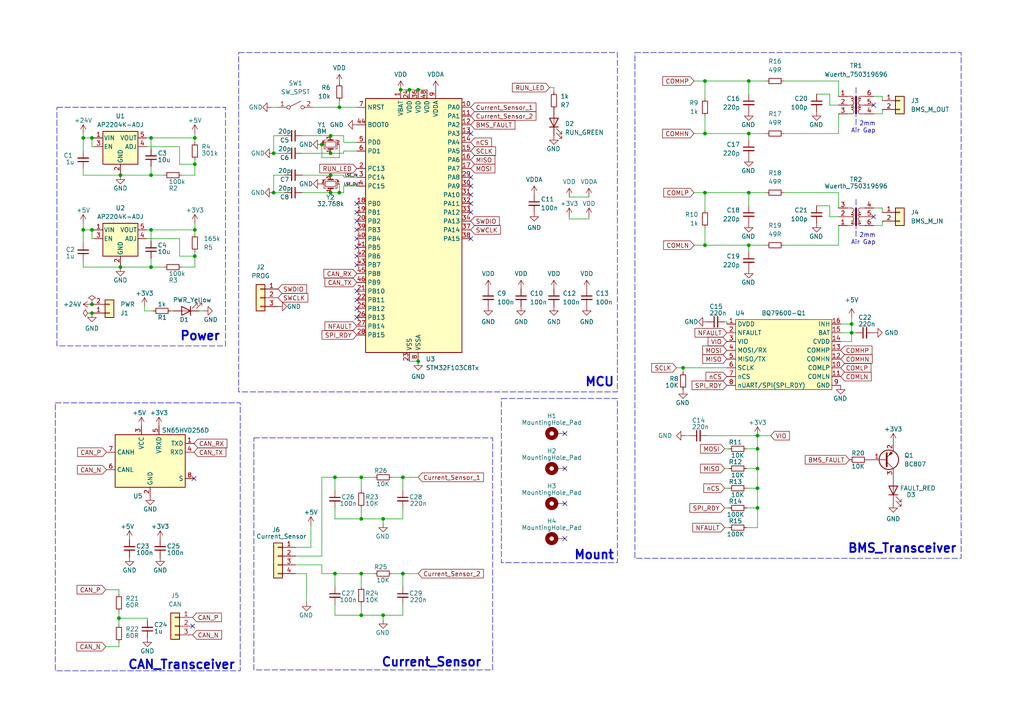
<source format=kicad_sch>
(kicad_sch (version 20230121) (generator eeschema)
  (paper "A4")
  (title_block (title "BMS Master") (date "2025-01-25") (rev "V1.0") (company "NCKU Formula SAE"))
  (junction (at 247.015 96.52))
  (junction (at 43.815 66.675))
  (junction (at 217.17 71.12))
  (junction (at 93.345 41.91))
  (junction (at 217.17 23.495))
  (junction (at 121.285 104.775))
  (junction (at 217.17 55.88))
  (junction (at 98.425 55.88))
  (junction (at 104.775 178.435))
  (junction (at 111.125 178.435))
  (junction (at 43.815 50.8))
  (junction (at 56.515 74.295))
  (junction (at 118.745 26.035))
  (junction (at 56.515 66.675))
  (junction (at 116.205 26.035))
  (junction (at 104.775 150.495))
  (junction (at 24.13 40.005))
  (junction (at 26.67 88.265))
  (junction (at 79.375 44.45))
  (junction (at 219.71 130.175))
  (junction (at 198.12 106.68))
  (junction (at 56.515 40.005))
  (junction (at 217.17 38.735))
  (junction (at 95.885 55.88))
  (junction (at 121.285 26.035))
  (junction (at 104.775 166.37))
  (junction (at 34.925 77.47))
  (junction (at 95.885 39.37))
  (junction (at 219.71 126.365))
  (junction (at 97.155 138.43))
  (junction (at 79.375 55.88))
  (junction (at 204.47 23.495))
  (junction (at 34.925 50.8))
  (junction (at 204.47 38.735))
  (junction (at 219.71 141.605))
  (junction (at 34.4932 179.2986))
  (junction (at 26.67 66.675))
  (junction (at 247.015 93.98))
  (junction (at 219.71 147.32))
  (junction (at 43.815 77.47))
  (junction (at 219.71 135.89))
  (junction (at 204.47 71.12))
  (junction (at 116.84 138.43))
  (junction (at 104.775 138.43))
  (junction (at 95.885 44.45))
  (junction (at 56.515 47.625))
  (junction (at 98.425 31.115))
  (junction (at 26.67 90.805))
  (junction (at 116.84 166.37))
  (junction (at 24.13 66.675))
  (junction (at 111.125 150.495))
  (junction (at 43.815 40.005))
  (junction (at 95.885 50.8))
  (junction (at 204.47 55.88))
  (junction (at 97.155 166.37))
  (junction (at 26.67 40.005))
  (no_connect (at 103.505 61.595))
  (no_connect (at 136.525 59.055))
  (no_connect (at 103.505 64.135))
  (no_connect (at 103.505 66.675))
  (no_connect (at 56.261 138.7856))
  (no_connect (at 136.525 51.435))
  (no_connect (at 103.505 74.295))
  (no_connect (at 163.83 156.21))
  (no_connect (at 103.505 76.835))
  (no_connect (at 103.505 89.535))
  (no_connect (at 163.83 125.73))
  (no_connect (at 136.525 38.735))
  (no_connect (at 103.505 69.215))
  (no_connect (at 103.505 84.455))
  (no_connect (at 163.83 146.05))
  (no_connect (at 103.505 59.055))
  (no_connect (at 103.505 71.755))
  (no_connect (at 253.365 62.865))
  (no_connect (at 103.505 92.075))
  (no_connect (at 55.88 181.61))
  (no_connect (at 136.525 56.515))
  (no_connect (at 253.365 30.48))
  (no_connect (at 136.525 69.215))
  (no_connect (at 163.83 135.89))
  (no_connect (at 136.525 53.975))
  (no_connect (at 103.505 86.995))
  (no_connect (at 136.525 61.595))
  (wire (pts (xy 198.755 126.365) (xy 200.025 126.365)))
  (wire (pts (xy 42.545 69.215) (xy 52.07 69.215)))
  (wire (pts (xy 42.7482 179.2986) (xy 34.4932 179.2986)))
  (wire (pts (xy 95.885 55.88) (xy 98.425 55.88)))
  (wire (pts (xy 79.375 55.88) (xy 82.55 55.88)))
  (wire (pts (xy 210.185 93.345) (xy 210.82 93.345)))
  (wire (pts (xy 223.52 126.365) (xy 219.71 126.365)))
  (wire (pts (xy 99.695 41.275) (xy 99.695 39.37)))
  (wire (pts (xy 111.125 151.765) (xy 111.125 150.495)))
  (wire (pts (xy 255.905 60.325) (xy 255.905 61.595)))
  (wire (pts (xy 204.47 23.495) (xy 204.47 28.575)))
  (wire (pts (xy 210.185 135.89) (xy 211.455 135.89)))
  (wire (pts (xy 95.885 39.37) (xy 99.695 39.37)))
  (wire (pts (xy 24.13 48.895) (xy 24.13 50.8)))
  (wire (pts (xy 243.205 38.735) (xy 227.33 38.735)))
  (wire (pts (xy 217.17 27.305) (xy 217.17 23.495)))
  (wire (pts (xy 217.17 38.735) (xy 222.25 38.735)))
  (wire (pts (xy 26.67 40.005) (xy 26.67 42.545)))
  (wire (pts (xy 243.84 99.06) (xy 247.015 99.06)))
  (wire (pts (xy 56.515 77.47) (xy 52.705 77.47)))
  (wire (pts (xy 34.4932 187.5536) (xy 30.6832 187.5536)))
  (wire (pts (xy 159.385 25.4) (xy 160.655 25.4)))
  (wire (pts (xy 85.725 158.75) (xy 90.17 158.75)))
  (wire (pts (xy 227.33 23.495) (xy 243.205 23.495)))
  (wire (pts (xy 52.07 74.295) (xy 56.515 74.295)))
  (wire (pts (xy 113.665 166.37) (xy 116.84 166.37)))
  (wire (pts (xy 216.535 135.89) (xy 219.71 135.89)))
  (wire (pts (xy 217.17 71.12) (xy 222.25 71.12)))
  (wire (pts (xy 56.515 40.005) (xy 56.515 41.275)))
  (wire (pts (xy 79.375 55.88) (xy 79.375 50.8)))
  (wire (pts (xy 24.13 40.005) (xy 24.13 43.815)))
  (wire (pts (xy 88.9 166.37) (xy 88.9 174.625)))
  (wire (pts (xy 219.71 141.605) (xy 219.71 147.32)))
  (wire (pts (xy 111.125 150.495) (xy 116.84 150.495)))
  (wire (pts (xy 42.7482 179.9336) (xy 42.7482 179.2986)))
  (wire (pts (xy 210.185 130.175) (xy 211.455 130.175)))
  (wire (pts (xy 95.885 44.45) (xy 99.695 44.45)))
  (wire (pts (xy 93.345 163.83) (xy 85.725 163.83)))
  (wire (pts (xy 210.185 153.035) (xy 211.455 153.035)))
  (wire (pts (xy 204.47 33.655) (xy 204.47 38.735)))
  (wire (pts (xy 43.815 66.675) (xy 56.515 66.675)))
  (wire (pts (xy 116.84 138.43) (xy 116.84 142.24)))
  (wire (pts (xy 217.17 59.69) (xy 217.17 55.88)))
  (wire (pts (xy 27.305 66.675) (xy 26.67 66.675)))
  (wire (pts (xy 210.185 141.605) (xy 211.455 141.605)))
  (wire (pts (xy 97.155 147.32) (xy 97.155 150.495)))
  (wire (pts (xy 201.295 38.735) (xy 204.47 38.735)))
  (wire (pts (xy 24.13 66.675) (xy 26.67 66.675)))
  (wire (pts (xy 253.365 27.94) (xy 255.905 27.94)))
  (wire (pts (xy 216.535 147.32) (xy 219.71 147.32)))
  (wire (pts (xy 98.425 53.34) (xy 98.425 55.88)))
  (wire (pts (xy 99.695 51.435) (xy 103.505 51.435)))
  (wire (pts (xy 255.905 31.75) (xy 255.905 33.02)))
  (wire (pts (xy 56.515 74.295) (xy 56.515 73.025)))
  (wire (pts (xy 216.535 153.035) (xy 219.71 153.035)))
  (wire (pts (xy 85.725 166.37) (xy 88.9 166.37)))
  (wire (pts (xy 104.775 166.37) (xy 97.155 166.37)))
  (wire (pts (xy 43.815 66.675) (xy 43.815 69.85)))
  (wire (pts (xy 255.905 27.94) (xy 255.905 29.21)))
  (wire (pts (xy 116.84 166.37) (xy 121.285 166.37)))
  (wire (pts (xy 165.1 62.865) (xy 165.1 63.5)))
  (wire (pts (xy 104.775 166.37) (xy 104.775 170.18)))
  (wire (pts (xy 170.815 63.5) (xy 170.815 62.865)))
  (wire (pts (xy 43.815 74.93) (xy 43.815 77.47)))
  (wire (pts (xy 243.205 62.865) (xy 240.665 62.865)))
  (wire (pts (xy 99.695 53.975) (xy 103.505 53.975)))
  (wire (pts (xy 43.815 77.47) (xy 47.625 77.47)))
  (wire (pts (xy 204.47 66.04) (xy 204.47 71.12)))
  (wire (pts (xy 201.295 71.12) (xy 204.47 71.12)))
  (wire (pts (xy 56.515 64.77) (xy 56.515 66.675)))
  (wire (pts (xy 113.665 138.43) (xy 116.84 138.43)))
  (wire (pts (xy 52.07 47.625) (xy 56.515 47.625)))
  (wire (pts (xy 243.84 96.52) (xy 247.015 96.52)))
  (wire (pts (xy 97.155 138.43) (xy 93.345 138.43)))
  (wire (pts (xy 42.545 40.005) (xy 43.815 40.005)))
  (wire (pts (xy 43.815 50.8) (xy 47.625 50.8)))
  (wire (pts (xy 43.815 77.47) (xy 34.925 77.47)))
  (wire (pts (xy 111.125 179.705) (xy 111.125 178.435)))
  (wire (pts (xy 243.205 30.48) (xy 240.665 30.48)))
  (wire (pts (xy 95.885 50.8) (xy 99.695 50.8)))
  (wire (pts (xy 24.13 38.735) (xy 24.13 40.005)))
  (wire (pts (xy 121.285 26.035) (xy 123.825 26.035)))
  (wire (pts (xy 198.12 106.68) (xy 198.12 107.95)))
  (wire (pts (xy 93.345 166.37) (xy 93.345 163.83)))
  (wire (pts (xy 217.17 55.88) (xy 222.25 55.88)))
  (wire (pts (xy 87.63 44.45) (xy 95.885 44.45)))
  (wire (pts (xy 103.505 41.275) (xy 99.695 41.275)))
  (wire (pts (xy 24.13 50.8) (xy 34.925 50.8)))
  (wire (pts (xy 93.345 161.29) (xy 85.725 161.29)))
  (wire (pts (xy 34.4932 171.0436) (xy 34.4932 172.3136)))
  (wire (pts (xy 24.13 77.47) (xy 34.925 77.47)))
  (wire (pts (xy 98.425 55.88) (xy 99.695 55.88)))
  (wire (pts (xy 34.4932 177.3936) (xy 34.4932 179.2986)))
  (wire (pts (xy 247.015 92.075) (xy 247.015 93.98)))
  (wire (pts (xy 219.71 130.175) (xy 216.535 130.175)))
  (wire (pts (xy 204.47 55.88) (xy 204.47 60.96)))
  (wire (pts (xy 116.84 166.37) (xy 116.84 170.18)))
  (wire (pts (xy 205.105 126.365) (xy 219.71 126.365)))
  (wire (pts (xy 90.17 158.75) (xy 90.17 152.4)))
  (wire (pts (xy 240.665 59.69) (xy 236.855 59.69)))
  (wire (pts (xy 104.775 150.495) (xy 111.125 150.495)))
  (wire (pts (xy 97.155 175.26) (xy 97.155 178.435)))
  (wire (pts (xy 26.67 69.215) (xy 26.67 66.675)))
  (wire (pts (xy 104.775 138.43) (xy 97.155 138.43)))
  (wire (pts (xy 217.17 23.495) (xy 204.47 23.495)))
  (wire (pts (xy 217.17 73.025) (xy 217.17 71.12)))
  (wire (pts (xy 253.365 65.405) (xy 255.905 65.405)))
  (wire (pts (xy 56.515 47.625) (xy 56.515 46.355)))
  (wire (pts (xy 26.67 40.005) (xy 27.305 40.005)))
  (wire (pts (xy 227.33 55.88) (xy 243.205 55.88)))
  (wire (pts (xy 34.4932 179.2986) (xy 34.4932 181.2036)))
  (wire (pts (xy 52.07 42.545) (xy 52.07 47.625)))
  (wire (pts (xy 219.71 126.365) (xy 219.71 130.175)))
  (wire (pts (xy 118.745 104.775) (xy 121.285 104.775)))
  (wire (pts (xy 24.13 66.675) (xy 24.13 70.485)))
  (wire (pts (xy 108.585 166.37) (xy 104.775 166.37)))
  (wire (pts (xy 98.425 45.72) (xy 93.345 45.72)))
  (wire (pts (xy 97.155 166.37) (xy 93.345 166.37)))
  (wire (pts (xy 97.155 166.37) (xy 97.155 170.18)))
  (wire (pts (xy 217.17 23.495) (xy 222.25 23.495)))
  (wire (pts (xy 93.345 138.43) (xy 93.345 161.29)))
  (wire (pts (xy 108.585 138.43) (xy 104.775 138.43)))
  (wire (pts (xy 201.295 55.88) (xy 204.47 55.88)))
  (wire (pts (xy 198.12 106.68) (xy 210.82 106.68)))
  (wire (pts (xy 87.63 55.88) (xy 95.885 55.88)))
  (wire (pts (xy 43.815 40.005) (xy 56.515 40.005)))
  (wire (pts (xy 56.515 38.735) (xy 56.515 40.005)))
  (wire (pts (xy 240.665 62.865) (xy 240.665 59.69)))
  (wire (pts (xy 243.205 33.02) (xy 243.205 38.735)))
  (wire (pts (xy 24.13 75.565) (xy 24.13 77.47)))
  (wire (pts (xy 165.1 63.5) (xy 170.815 63.5)))
  (wire (pts (xy 56.515 66.675) (xy 56.515 67.945)))
  (wire (pts (xy 43.815 40.005) (xy 43.815 43.18)))
  (wire (pts (xy 217.17 55.88) (xy 204.47 55.88)))
  (wire (pts (xy 243.205 71.12) (xy 227.33 71.12)))
  (wire (pts (xy 98.425 31.115) (xy 103.505 31.115)))
  (wire (pts (xy 42.545 42.545) (xy 52.07 42.545)))
  (wire (pts (xy 103.505 43.815) (xy 99.695 43.815)))
  (wire (pts (xy 243.205 65.405) (xy 243.205 71.12)))
  (wire (pts (xy 210.185 147.32) (xy 211.455 147.32)))
  (wire (pts (xy 111.125 178.435) (xy 116.84 178.435)))
  (wire (pts (xy 201.295 23.495) (xy 204.47 23.495)))
  (wire (pts (xy 99.695 51.435) (xy 99.695 50.8)))
  (wire (pts (xy 97.155 150.495) (xy 104.775 150.495)))
  (wire (pts (xy 97.155 138.43) (xy 97.155 142.24)))
  (wire (pts (xy 99.695 43.815) (xy 99.695 44.45)))
  (wire (pts (xy 104.775 178.435) (xy 111.125 178.435)))
  (wire (pts (xy 210.82 93.345) (xy 210.82 93.98)))
  (wire (pts (xy 56.515 50.8) (xy 52.705 50.8)))
  (wire (pts (xy 160.655 25.4) (xy 160.655 26.67)))
  (wire (pts (xy 79.375 44.45) (xy 82.55 44.45)))
  (wire (pts (xy 42.545 66.675) (xy 43.815 66.675)))
  (wire (pts (xy 56.515 74.295) (xy 56.515 77.47)))
  (wire (pts (xy 104.775 147.32) (xy 104.775 150.495)))
  (wire (pts (xy 93.345 45.72) (xy 93.345 41.91)))
  (wire (pts (xy 247.015 93.98) (xy 247.015 96.52)))
  (wire (pts (xy 196.215 106.68) (xy 198.12 106.68)))
  (wire (pts (xy 87.63 39.37) (xy 95.885 39.37)))
  (wire (pts (xy 204.47 38.735) (xy 217.17 38.735)))
  (wire (pts (xy 56.515 47.625) (xy 56.515 50.8)))
  (wire (pts (xy 99.695 55.88) (xy 99.695 53.975)))
  (wire (pts (xy 243.205 55.88) (xy 243.205 60.325)))
  (wire (pts (xy 240.665 30.48) (xy 240.665 27.305)))
  (wire (pts (xy 49.53 90.17) (xy 50.165 90.17)))
  (wire (pts (xy 243.84 93.98) (xy 247.015 93.98)))
  (wire (pts (xy 79.375 50.8) (xy 82.55 50.8)))
  (wire (pts (xy 118.745 26.035) (xy 121.285 26.035)))
  (wire (pts (xy 216.535 141.605) (xy 219.71 141.605)))
  (wire (pts (xy 27.305 42.545) (xy 26.67 42.545)))
  (wire (pts (xy 57.785 90.17) (xy 59.055 90.17)))
  (wire (pts (xy 27.305 69.215) (xy 26.67 69.215)))
  (wire (pts (xy 116.84 138.43) (xy 121.285 138.43)))
  (wire (pts (xy 104.775 175.26) (xy 104.775 178.435)))
  (wire (pts (xy 253.365 60.325) (xy 255.905 60.325)))
  (wire (pts (xy 116.84 178.435) (xy 116.84 175.26)))
  (wire (pts (xy 41.91 88.9) (xy 41.91 90.17)))
  (wire (pts (xy 217.17 40.64) (xy 217.17 38.735)))
  (wire (pts (xy 247.015 96.52) (xy 248.285 96.52)))
  (wire (pts (xy 98.425 29.21) (xy 98.425 31.115)))
  (wire (pts (xy 219.71 135.89) (xy 219.71 130.175)))
  (wire (pts (xy 116.205 26.035) (xy 118.745 26.035)))
  (wire (pts (xy 41.91 90.17) (xy 44.45 90.17)))
  (wire (pts (xy 219.71 147.32) (xy 219.71 153.035)))
  (wire (pts (xy 34.925 76.835) (xy 34.925 77.47)))
  (wire (pts (xy 34.4932 186.2836) (xy 34.4932 187.5536)))
  (wire (pts (xy 87.63 50.8) (xy 95.885 50.8)))
  (wire (pts (xy 43.815 48.26) (xy 43.815 50.8)))
  (wire (pts (xy 104.775 138.43) (xy 104.775 142.24)))
  (wire (pts (xy 247.015 96.52) (xy 247.015 99.06)))
  (polyline (pts (xy 248.285 57.785) (xy 248.285 68.58)) (stroke (width 0) (type dash)))
  (wire (pts (xy 78.74 31.115) (xy 80.645 31.115)))
  (wire (pts (xy 24.13 64.77) (xy 24.13 66.675)))
  (wire (pts (xy 79.375 44.45) (xy 79.375 39.37)))
  (wire (pts (xy 97.155 178.435) (xy 104.775 178.435)))
  (wire (pts (xy 30.6832 171.0436) (xy 34.4932 171.0436)))
  (wire (pts (xy 255.905 64.135) (xy 255.905 65.405)))
  (wire (pts (xy 219.71 135.89) (xy 219.71 141.605)))
  (wire (pts (xy 24.13 40.005) (xy 26.67 40.005)))
  (wire (pts (xy 79.375 39.37) (xy 82.55 39.37)))
  (wire (pts (xy 243.205 23.495) (xy 243.205 27.94)))
  (wire (pts (xy 165.1 57.15) (xy 170.815 57.15)))
  (wire (pts (xy 98.425 41.91) (xy 98.425 45.72)))
  (wire (pts (xy 204.47 71.12) (xy 217.17 71.12)))
  (wire (pts (xy 116.84 150.495) (xy 116.84 147.32)))
  (polyline (pts (xy 248.285 25.4) (xy 248.285 36.195)) (stroke (width 0) (type dash)))
  (wire (pts (xy 34.925 50.165) (xy 34.925 50.8)))
  (wire (pts (xy 240.665 27.305) (xy 236.855 27.305)))
  (wire (pts (xy 34.925 50.8) (xy 43.815 50.8)))
  (wire (pts (xy 52.07 69.215) (xy 52.07 74.295)))
  (wire (pts (xy 90.805 31.115) (xy 98.425 31.115)))
  (wire (pts (xy 253.365 33.02) (xy 255.905 33.02)))
  (rectangle (start 16.51 31.115) (end 65.405 100.33) (stroke (width 0) (type dash)))
  (rectangle (start 184.15 15.24) (end 278.765 161.925) (stroke (width 0) (type dash)))
  (rectangle (start 16.0528 116.84) (end 69.6722 194.564) (stroke (width 0) (type dash)))
  (rectangle (start 73.6346 127) (end 142.875 194.31) (stroke (width 0) (type dash)))
  (rectangle (start 145.415 115.57) (end 179.07 163.195) (stroke (width 0) (type dash)))
  (rectangle (start 69.215 15.24) (end 179.07 113.665) (stroke (width 0) (type dash)))
  (text "Power" (at 52.07 99.06 0) (effects (font (size 2.54 2.54) (thickness 0.508) bold) (justify left bottom)))
  (text "2mm\nAir Gap" (at 254 71.12 0) (effects (font (size 1.27 1.27)) (justify right bottom)))
  (text "Mount" (at 166.37 162.56 0) (effects (font (size 2.54 2.54) (thickness 0.508) bold) (justify left bottom)))
  (text "BMS_Transceiver" (at 245.745 160.655 0) (effects (font (size 2.54 2.54) (thickness 0.508) bold) (justify left bottom)))
  (text "2mm\nAir Gap" (at 254 38.735 0) (effects (font (size 1.27 1.27)) (justify right bottom)))
  (text "CAN_Transceiver" (at 36.957 194.4116 0) (effects (font (size 2.54 2.54) (thickness 0.508) bold) (justify left bottom)))
  (text "MCU" (at 169.545 112.395 0) (effects (font (size 2.54 2.54) (thickness 0.508) bold) (justify left bottom)))
  (text "Current_Sensor" (at 110.49 193.675 0) (effects (font (size 2.54 2.54) (thickness 0.508) bold) (justify left bottom)))
  (label "LSE_IN" (at 99.949 51.435 0) (effects (font (size 0.735 0.735))))
  (label "LSE_OUT" (at 99.695 53.975 0) (effects (font (size 0.735 0.735))))
  (global_label "BMS_FAULT" (shape input) (at 246.38 133.35 180) (property "Intersheetrefs" "${INTERSHEET_REFS}" (effects hide)))
  (global_label "Current_Sensor_1" (shape input) (at 121.285 138.43 0) (property "Intersheetrefs" "${INTERSHEET_REFS}" (effects hide)))
  (global_label "SPI_RDY" (shape input) (at 210.185 147.32 180) (property "Intersheetrefs" "${INTERSHEET_REFS}" (effects hide)))
  (global_label "NFAULT" (shape input) (at 210.185 153.035 180) (property "Intersheetrefs" "${INTERSHEET_REFS}" (effects hide)))
  (global_label "COMHP" (shape input) (at 201.295 23.495 180) (property "Intersheetrefs" "${INTERSHEET_REFS}" (effects hide)))
  (global_label "SWDIO" (shape input) (at 80.645 83.82 0) (property "Intersheetrefs" "${INTERSHEET_REFS}" (effects hide)))
  (global_label "SPI_RDY" (shape input) (at 210.82 111.76 180) (property "Intersheetrefs" "${INTERSHEET_REFS}" (effects hide)))
  (global_label "CAN_P" (shape input) (at 30.6832 171.0436 180) (property "Intersheetrefs" "${INTERSHEET_REFS}" (effects hide)))
  (global_label "CAN_TX" (shape input) (at 103.505 81.915 180) (property "Intersheetrefs" "${INTERSHEET_REFS}" (effects hide)))
  (global_label "VIO" (shape input) (at 223.52 126.365 0) (property "Intersheetrefs" "${INTERSHEET_REFS}" (effects hide)))
  (global_label "MISO" (shape input) (at 210.185 135.89 180) (property "Intersheetrefs" "${INTERSHEET_REFS}" (effects hide)))
  (global_label "nCS" (shape input) (at 210.82 109.22 180) (property "Intersheetrefs" "${INTERSHEET_REFS}" (effects hide)))
  (global_label "SCLK" (shape input) (at 136.525 43.815 0) (property "Intersheetrefs" "${INTERSHEET_REFS}" (effects hide)))
  (global_label "nCS" (shape input) (at 136.525 41.275 0) (property "Intersheetrefs" "${INTERSHEET_REFS}" (effects hide)))
  (global_label "COMHN" (shape input) (at 201.295 38.735 180) (property "Intersheetrefs" "${INTERSHEET_REFS}" (effects hide)))
  (global_label "Current_Sensor_2" (shape input) (at 136.525 33.655 0) (property "Intersheetrefs" "${INTERSHEET_REFS}" (effects hide)))
  (global_label "MOSI" (shape input) (at 210.185 130.175 180) (property "Intersheetrefs" "${INTERSHEET_REFS}" (effects hide)))
  (global_label "Current_Sensor_1" (shape input) (at 136.525 31.115 0) (property "Intersheetrefs" "${INTERSHEET_REFS}" (effects hide)))
  (global_label "COMHN" (shape input) (at 243.84 104.14 0) (property "Intersheetrefs" "${INTERSHEET_REFS}" (effects hide)))
  (global_label "BMS_FAULT" (shape input) (at 136.525 36.195 0) (property "Intersheetrefs" "${INTERSHEET_REFS}" (effects hide)))
  (global_label "SWCLK" (shape input) (at 136.525 66.675 0) (property "Intersheetrefs" "${INTERSHEET_REFS}" (effects hide)))
  (global_label "RUN_LED" (shape input) (at 103.505 48.895 180) (property "Intersheetrefs" "${INTERSHEET_REFS}" (effects hide)))
  (global_label "NFAULT" (shape input) (at 103.505 94.615 180) (property "Intersheetrefs" "${INTERSHEET_REFS}" (effects hide)))
  (global_label "COMLN" (shape input) (at 243.84 109.22 0) (property "Intersheetrefs" "${INTERSHEET_REFS}" (effects hide)))
  (global_label "CAN_RX" (shape input) (at 103.505 79.375 180) (property "Intersheetrefs" "${INTERSHEET_REFS}" (effects hide)))
  (global_label "NFAULT" (shape input) (at 210.82 96.52 180) (property "Intersheetrefs" "${INTERSHEET_REFS}" (effects hide)))
  (global_label "SPI_RDY" (shape input) (at 103.505 97.155 180) (property "Intersheetrefs" "${INTERSHEET_REFS}" (effects hide)))
  (global_label "COMLN" (shape input) (at 201.295 71.12 180) (property "Intersheetrefs" "${INTERSHEET_REFS}" (effects hide)))
  (global_label "CAN_N" (shape input) (at 30.861 136.2456 180) (property "Intersheetrefs" "${INTERSHEET_REFS}" (effects hide)))
  (global_label "CAN_N" (shape input) (at 55.88 184.15 0) (property "Intersheetrefs" "${INTERSHEET_REFS}" (effects hide)))
  (global_label "CAN_RX" (shape input) (at 56.261 128.6256 0) (property "Intersheetrefs" "${INTERSHEET_REFS}" (effects hide)))
  (global_label "COMHP" (shape input) (at 243.84 101.6 0) (property "Intersheetrefs" "${INTERSHEET_REFS}" (effects hide)))
  (global_label "SWCLK" (shape input) (at 80.645 86.36 0) (property "Intersheetrefs" "${INTERSHEET_REFS}" (effects hide)))
  (global_label "VIO" (shape input) (at 210.82 99.06 180) (property "Intersheetrefs" "${INTERSHEET_REFS}" (effects hide)))
  (global_label "RUN_LED" (shape input) (at 159.385 25.4 180) (property "Intersheetrefs" "${INTERSHEET_REFS}" (effects hide)))
  (global_label "SCLK" (shape input) (at 196.215 106.68 180) (property "Intersheetrefs" "${INTERSHEET_REFS}" (effects hide)))
  (global_label "nCS" (shape input) (at 210.185 141.605 180) (property "Intersheetrefs" "${INTERSHEET_REFS}" (effects hide)))
  (global_label "SWDIO" (shape input) (at 136.525 64.135 0) (property "Intersheetrefs" "${INTERSHEET_REFS}" (effects hide)))
  (global_label "CAN_P" (shape input) (at 30.861 131.1656 180) (property "Intersheetrefs" "${INTERSHEET_REFS}" (effects hide)))
  (global_label "Current_Sensor_2" (shape input) (at 121.285 166.37 0) (property "Intersheetrefs" "${INTERSHEET_REFS}" (effects hide)))
  (global_label "COMLP" (shape input) (at 243.84 106.68 0) (property "Intersheetrefs" "${INTERSHEET_REFS}" (effects hide)))
  (global_label "MISO" (shape input) (at 136.525 46.355 0) (property "Intersheetrefs" "${INTERSHEET_REFS}" (effects hide)))
  (global_label "CAN_N" (shape input) (at 30.6832 187.5536 180) (property "Intersheetrefs" "${INTERSHEET_REFS}" (effects hide)))
  (global_label "MISO" (shape input) (at 210.82 104.14 180) (property "Intersheetrefs" "${INTERSHEET_REFS}" (effects hide)))
  (global_label "MOSI" (shape input) (at 136.525 48.895 0) (property "Intersheetrefs" "${INTERSHEET_REFS}" (effects hide)))
  (global_label "CAN_P" (shape input) (at 55.88 179.07 0) (property "Intersheetrefs" "${INTERSHEET_REFS}" (effects hide)))
  (global_label "COMLP" (shape input) (at 201.295 55.88 180) (property "Intersheetrefs" "${INTERSHEET_REFS}" (effects hide)))
  (global_label "MOSI" (shape input) (at 210.82 101.6 180) (property "Intersheetrefs" "${INTERSHEET_REFS}" (effects hide)))
  (global_label "CAN_TX" (shape input) (at 56.261 131.1656 0) (property "Intersheetrefs" "${INTERSHEET_REFS}" (effects hide)))
  (symbol (lib_id "Device:C_Small") (at 43.815 72.39 180) (unit 1)
    (property "Reference" "C4" (at 45.72 71.12 0) (effects (justify right)))
    (property "Value" "10u" (at 45.72 73.025 0) (effects (justify right)))
    (property "Footprint" "Capacitor_SMD:C_0805_2012Metric" (effects hide))
  )
  (symbol (lib_id "Device:R_Small") (at 224.79 71.12 90) (unit 1)
    (property "Reference" "R19" (at 224.79 65.405 90))
    (property "Value" "49R" (at 224.79 67.945 90))
    (property "Footprint" "Resistor_SMD:R_0603_1608Metric" (effects hide))
  )
  (symbol (lib_id "power:GND") (at 259.08 146.05 0) (unit 1)
    (property "Reference" "#PWR051" (effects hide))
    (property "Value" "GND" (at 259.08 150.495 0))
  )
  (symbol (lib_id "power:GND") (at 59.055 90.17 90) (unit 1)
    (property "Reference" "#PWR010" (effects hide))
    (property "Value" "GND" (at 59.055 92.71 90) (effects (justify right)))
  )
  (symbol (lib_id "power:GND") (at 111.125 179.705 0) (unit 1)
    (property "Reference" "#PWR063" (effects hide))
    (property "Value" "GND" (at 113.03 183.515 0) (effects (justify right)))
  )
  (symbol (lib_id "Connector_Generic:Conn_01x03") (at 75.565 86.36 0) (mirror y) (unit 1)
    (property "Reference" "J2" (at 75.565 77.47 0))
    (property "Value" "PROG" (at 75.565 80.01 0))
    (property "Footprint" "Connector_PinHeader_2.54mm:PinHeader_1x03_P2.54mm_Vertical" (effects hide))
  )
  (symbol (lib_id "Device:R_Small") (at 98.425 26.67 0) (unit 1)
    (property "Reference" "R6" (at 95.885 25.4 0) (effects (justify right)))
    (property "Value" "10k" (at 95.885 27.94 0) (effects (justify right)))
    (property "Footprint" "Resistor_SMD:R_0603_1608Metric" (effects hide))
  )
  (symbol (lib_id "power:GND") (at 236.855 64.77 0) (unit 1)
    (property "Reference" "#PWR046" (effects hide))
    (property "Value" "GND" (at 238.76 68.58 0) (effects (justify right)))
  )
  (symbol (lib_id "Device:C_Small") (at 170.18 86.36 0) (unit 1)
    (property "Reference" "C13" (at 172.72 85.0963 0) (effects (justify left)))
    (property "Value" "100n" (at 172.72 87.6363 0) (effects (justify left)))
    (property "Footprint" "Capacitor_SMD:C_0603_1608Metric" (effects hide))
  )
  (symbol (lib_id "power:+5V") (at 24.13 64.77 0) (unit 1)
    (property "Reference" "#PWR02" (effects hide))
    (property "Value" "+5V" (at 24.13 60.96 0))
  )
  (symbol (lib_id "Device:R_Small") (at 213.995 135.89 270) (unit 1)
    (property "Reference" "R12" (at 215.265 133.985 90) (effects (justify right)))
    (property "Value" "10K" (at 215.9 137.795 90) (effects (justify right)))
    (property "Footprint" "Resistor_SMD:R_0603_1608Metric" (effects hide))
  )
  (symbol (lib_id "Device:LED") (at 53.975 90.17 180) (unit 1)
    (property "Reference" "D1" (at 52.07 92.71 0) (effects (justify right)))
    (property "Value" "PWR_Yellow" (at 50.165 86.995 0) (effects (justify right)))
    (property "Footprint" "LED_SMD:LED_0805_2012Metric" (effects hide))
  )
  (symbol (lib_id "Device:LED") (at 160.655 35.56 90) (unit 1)
    (property "Reference" "D2" (at 163.83 35.8775 90) (effects (justify right)))
    (property "Value" "RUN_GREEN" (at 163.83 38.4175 90) (effects (justify right)))
    (property "Footprint" "LED_SMD:LED_0805_2012Metric" (effects hide))
  )
  (symbol (lib_id "Device:R_Small") (at 224.79 23.495 90) (unit 1)
    (property "Reference" "R16" (at 224.79 17.78 90))
    (property "Value" "49R" (at 224.79 20.32 90))
    (property "Footprint" "Resistor_SMD:R_0603_1608Metric" (effects hide))
  )
  (symbol (lib_id "power:GND") (at 26.67 90.805 0) (unit 1)
    (property "Reference" "#PWR04" (effects hide))
    (property "Value" "GND" (at 26.67 95.25 0))
  )
  (symbol (lib_id "Device:R_Small") (at 213.995 130.175 270) (unit 1)
    (property "Reference" "R11" (at 215.265 128.27 90) (effects (justify right)))
    (property "Value" "10K" (at 215.9 132.08 90) (effects (justify right)))
    (property "Footprint" "Resistor_SMD:R_0603_1608Metric" (effects hide))
  )
  (symbol (lib_id "power:GND") (at 253.365 96.52 90) (unit 1)
    (property "Reference" "#PWR049" (effects hide))
    (property "Value" "GND" (at 256.54 96.52 90) (effects (justify right)))
  )
  (symbol (lib_id "Transformer:Wuerth_750315371") (at 248.285 30.48 0) (unit 1)
    (property "Reference" "TR1" (at 248.285 19.05 0))
    (property "Value" "Wuerth_750319696" (at 248.285 21.59 0))
    (property "Footprint" "Transformer_SMD:Transformer_Wuerth_750315371" (effects hide))
    (property "Datasheet" "https://www.we-online.com/catalog/datasheet/750315371.pdf" (effects hide))
  )
  (symbol (lib_id "power:+24V") (at 26.67 88.265 90) (unit 1)
    (property "Reference" "#PWR03" (effects hide))
    (property "Value" "+24V" (at 20.955 88.265 90))
  )
  (symbol (lib_id "power:GND") (at 121.285 104.775 0) (unit 1)
    (property "Reference" "#PWR020" (effects hide))
    (property "Value" "GND" (at 121.285 109.22 0))
  )
  (symbol (lib_id "power:GND") (at 160.655 88.9 0) (unit 1)
    (property "Reference" "#PWR030" (effects hide))
    (property "Value" "GND" (at 160.655 93.345 0))
  )
  (symbol (lib_id "power:GND") (at 111.125 151.765 0) (unit 1)
    (property "Reference" "#PWR062" (effects hide))
    (property "Value" "GND" (at 113.03 155.575 0) (effects (justify right)))
  )
  (symbol (lib_id "power:VDD") (at 165.1 57.15 0) (unit 1)
    (property "Reference" "#PWR031" (effects hide))
    (property "Value" "VDD" (at 165.1 52.705 0))
  )
  (symbol (lib_id "Regulator_Linear:AP2204K-ADJ") (at 34.925 42.545 0) (unit 1)
    (property "Reference" "U1" (at 34.925 33.655 0))
    (property "Value" "AP2204K-ADJ" (at 34.925 36.195 0))
    (property "Footprint" "Package_TO_SOT_SMD:SOT-23-5" (effects hide))
    (property "Datasheet" "https://www.diodes.com/assets/Datasheets/AP2204.pdf" (effects hide))
  )
  (symbol (lib_id "power:+5V") (at 247.015 92.075 0) (unit 1)
    (property "Reference" "#PWR048" (effects hide))
    (property "Value" "+5V" (at 247.015 86.995 0))
  )
  (symbol (lib_id "Regulator_Linear:AP2204K-ADJ") (at 34.925 69.215 0) (unit 1)
    (property "Reference" "U2" (at 34.925 60.325 0))
    (property "Value" "AP2204K-ADJ" (at 34.925 62.865 0))
    (property "Footprint" "Package_TO_SOT_SMD:SOT-23-5" (effects hide))
    (property "Datasheet" "https://www.diodes.com/assets/Datasheets/AP2204.pdf" (effects hide))
  )
  (symbol (lib_id "power:+3V3") (at 165.1 62.865 0) (unit 1)
    (property "Reference" "#PWR032" (effects hide))
    (property "Value" "+3V3" (at 165.1 59.055 0))
  )
  (symbol (lib_id "power:+5V") (at 56.515 38.735 0) (unit 1)
    (property "Reference" "#PWR08" (effects hide))
    (property "Value" "+5V" (at 56.515 34.925 0))
  )
  (symbol (lib_id "power:+3V3") (at 56.515 64.77 0) (unit 1)
    (property "Reference" "#PWR09" (effects hide))
    (property "Value" "+3V3" (at 56.515 60.96 0))
  )
  (symbol (lib_id "power:VDD") (at 170.18 83.82 0) (unit 1)
    (property "Reference" "#PWR033" (effects hide))
    (property "Value" "VDD" (at 170.18 79.375 0))
  )
  (symbol (lib_id "Mechanical:MountingHole_Pad") (at 161.29 156.21 90) (unit 1)
    (property "Reference" "H4" (at 160.02 151.13 90))
    (property "Value" "MountingHole_Pad" (at 160.02 153.035 90))
    (property "Footprint" "MountingHole:MountingHole_3.2mm_M3_ISO14580_Pad" (effects hide))
  )
  (symbol (lib_id "Connector_Generic:Conn_01x02") (at 31.75 90.805 0) (mirror x) (unit 1)
    (property "Reference" "J1" (at 34.925 90.805 0) (effects (justify left)))
    (property "Value" "PWR" (at 34.925 88.265 0) (effects (justify left)))
    (property "Footprint" "Connector_JST:JST_XH_B2B-XH-A_1x02_P2.50mm_Vertical" (effects hide))
  )
  (symbol (lib_id "power:GND") (at 34.925 77.47 0) (unit 1)
    (property "Reference" "#PWR06" (effects hide))
    (property "Value" "GND" (at 34.925 81.28 0))
  )
  (symbol (lib_id "Mechanical:MountingHole_Pad") (at 161.29 125.73 90) (unit 1)
    (property "Reference" "H1" (at 160.02 120.65 90))
    (property "Value" "MountingHole_Pad" (at 160.02 122.555 90))
    (property "Footprint" "MountingHole:MountingHole_3.2mm_M3_ISO14580_Pad" (effects hide))
  )
  (symbol (lib_id "Switch:SW_SPST") (at 85.725 31.115 0) (unit 1)
    (property "Reference" "SW1" (at 85.725 24.13 0))
    (property "Value" "SW_SPST" (at 85.725 26.67 0))
    (property "Footprint" "Button_Switch_SMD:SW_SPST_FSMSM" (effects hide))
  )
  (symbol (lib_id "Device:C_Small") (at 43.815 45.72 180) (unit 1)
    (property "Reference" "C3" (at 45.72 44.45 0) (effects (justify right)))
    (property "Value" "10u" (at 45.72 46.355 0) (effects (justify right)))
    (property "Footprint" "Capacitor_SMD:C_0805_2012Metric" (effects hide))
  )
  (symbol (lib_id "Device:C_Small") (at 217.17 62.23 0) (unit 1)
    (property "Reference" "C18" (at 214.63 60.9663 0) (effects (justify right)))
    (property "Value" "220p" (at 214.63 63.5063 0) (effects (justify right)))
    (property "Footprint" "Capacitor_SMD:C_0603_1608Metric" (effects hide))
  )
  (symbol (lib_id "power:+5V") (at 41.021 123.5456 0) (unit 1)
    (property "Reference" "#PWR054" (effects hide))
    (property "Value" "+5V" (at 40.386 119.7356 0))
  )
  (symbol (lib_id "power:+3V3") (at 46.4566 156.5148 0) (unit 1)
    (property "Reference" "#PWR058" (effects hide))
    (property "Value" "+3V3" (at 46.4566 152.7048 0))
  )
  (symbol (lib_id "Device:Crystal_GND24_Small") (at 95.885 41.91 90) (unit 1)
    (property "Reference" "Y1" (at 93.345 36.195 90))
    (property "Value" "8M" (at 93.345 38.1 90))
    (property "Footprint" "Crystal:Crystal_SMD_SeikoEpson_FA238-4Pin_3.2x2.5mm" (effects hide))
  )
  (symbol (lib_id "power:GND") (at 88.9 174.625 0) (unit 1)
    (property "Reference" "#PWR060" (effects hide))
    (property "Value" "GND" (at 90.805 178.435 0) (effects (justify right)))
  )
  (symbol (lib_id "Device:C_Small") (at 24.13 46.355 180) (unit 1)
    (property "Reference" "C1" (at 18.415 45.085 0) (effects (justify right)))
    (property "Value" "1u" (at 19.05 46.99 0) (effects (justify right)))
    (property "Footprint" "Capacitor_SMD:C_0603_1608Metric" (effects hide))
  )
  (symbol (lib_id "power:GND") (at 217.17 32.385 0) (unit 1)
    (property "Reference" "#PWR040" (effects hide))
    (property "Value" "GND" (at 219.075 36.195 0) (effects (justify right)))
  )
  (symbol (lib_id "Device:C_Small") (at 97.155 144.78 0) (unit 1)
    (property "Reference" "C26" (at 102.87 144.145 0) (effects (justify right)))
    (property "Value" "100n" (at 103.505 146.05 0) (effects (justify right)))
    (property "Footprint" "Capacitor_SMD:C_0603_1608Metric" (effects hide))
  )
  (symbol (lib_id "Device:R_Small") (at 213.995 141.605 270) (unit 1)
    (property "Reference" "R13" (at 215.265 139.7 90) (effects (justify right)))
    (property "Value" "10K" (at 215.9 143.51 90) (effects (justify right)))
    (property "Footprint" "Resistor_SMD:R_0603_1608Metric" (effects hide))
  )
  (symbol (lib_id "Local_Lib:BQ79600-Q1") (at 227.33 102.87 0) (unit 1)
    (property "Reference" "U4" (at 214.63 90.805 0))
    (property "Value" "BQ79600-Q1" (at 227.33 90.805 0))
    (property "Footprint" "Package_SO:TSSOP-16_4.4x5mm_P0.65mm" (effects hide))
  )
  (symbol (lib_id "Device:R_Small") (at 204.47 31.115 0) (mirror y) (unit 1)
    (property "Reference" "R9" (at 202.565 29.845 0) (effects (justify left)))
    (property "Value" "1k" (at 202.565 32.385 0) (effects (justify left)))
    (property "Footprint" "Resistor_SMD:R_0603_1608Metric" (effects hide))
  )
  (symbol (lib_id "Device:C_Small") (at 116.84 144.78 0) (unit 1)
    (property "Reference" "C28" (at 122.555 144.145 0) (effects (justify right)))
    (property "Value" "220n" (at 123.825 146.05 0) (effects (justify right)))
    (property "Footprint" "Capacitor_SMD:C_0805_2012Metric" (effects hide))
  )
  (symbol (lib_id "Device:R_Small") (at 224.79 38.735 90) (unit 1)
    (property "Reference" "R17" (at 224.79 33.02 90))
    (property "Value" "49R" (at 224.79 35.56 90))
    (property "Footprint" "Resistor_SMD:R_0603_1608Metric" (effects hide))
  )
  (symbol (lib_id "Device:R_Small") (at 34.4932 174.8536 180) (unit 1)
    (property "Reference" "R21" (at 36.3982 173.5836 0) (effects (justify right)))
    (property "Value" "60R" (at 36.3982 175.4886 0) (effects (justify right)))
    (property "Footprint" "Resistor_SMD:R_0603_1608Metric" (effects hide))
  )
  (symbol (lib_id "power:GND") (at 154.94 61.595 0) (unit 1)
    (property "Reference" "#PWR027" (effects hide))
    (property "Value" "GND" (at 154.94 66.04 0))
  )
  (symbol (lib_id "power:GND") (at 217.17 64.77 0) (unit 1)
    (property "Reference" "#PWR042" (effects hide))
    (property "Value" "GND" (at 219.075 68.58 0) (effects (justify right)))
  )
  (symbol (lib_id "power:GND") (at 78.74 31.115 270) (unit 1)
    (property "Reference" "#PWR011" (effects hide))
    (property "Value" "GND" (at 76.2 31.115 90) (effects (justify right)))
  )
  (symbol (lib_id "power:GND") (at 46.4566 161.5948 0) (unit 1)
    (property "Reference" "#PWR059" (effects hide))
    (property "Value" "GND" (at 46.4566 165.4048 0))
  )
  (symbol (lib_id "power:VDDA") (at 154.94 56.515 0) (unit 1)
    (property "Reference" "#PWR026" (effects hide))
    (property "Value" "VDDA" (at 154.94 52.07 0))
  )
  (symbol (lib_id "Device:C_Small") (at 85.09 55.88 270) (unit 1)
    (property "Reference" "C8" (at 82.55 57.15 90))
    (property "Value" "20p" (at 82.55 54.61 90))
    (property "Footprint" "Capacitor_SMD:C_0603_1608Metric" (effects hide))
  )
  (symbol (lib_id "power:GND") (at 79.375 44.45 270) (unit 1)
    (property "Reference" "#PWR012" (effects hide))
    (property "Value" "GND" (at 76.835 44.45 90) (effects (justify right)))
  )
  (symbol (lib_id "Device:C_Small") (at 236.855 62.23 0) (unit 1)
    (property "Reference" "C21" (at 234.315 60.9663 0) (effects (justify right)))
    (property "Value" "100p" (at 234.315 63.5063 0) (effects (justify right)))
    (property "Footprint" "Capacitor_SMD:C_0603_1608Metric" (effects hide))
  )
  (symbol (lib_id "power:+24V") (at 24.13 38.735 0) (unit 1)
    (property "Reference" "#PWR01" (effects hide))
    (property "Value" "+24V" (at 24.13 34.925 0))
  )
  (symbol (lib_id "Device:C_Small") (at 116.84 172.72 0) (unit 1)
    (property "Reference" "C29" (at 122.555 172.085 0) (effects (justify right)))
    (property "Value" "220n" (at 123.825 173.99 0) (effects (justify right)))
    (property "Footprint" "Capacitor_SMD:C_0805_2012Metric" (effects hide))
  )
  (symbol (lib_id "Device:R_Small") (at 160.655 29.21 0) (mirror x) (unit 1)
    (property "Reference" "R7" (at 162.56 30.48 0) (effects (justify left)))
    (property "Value" "1k" (at 162.56 27.94 0) (effects (justify left)))
    (property "Footprint" "Resistor_SMD:R_0603_1608Metric" (effects hide))
  )
  (symbol (lib_id "Device:C_Small") (at 46.4566 159.0548 180) (unit 1)
    (property "Reference" "C25" (at 48.3616 158.4198 0) (effects (justify right)))
    (property "Value" "100n" (at 48.3616 160.3248 0) (effects (justify right)))
    (property "Footprint" "Capacitor_SMD:C_0603_1608Metric" (effects hide))
  )
  (symbol (lib_id "Device:R_Small") (at 248.92 133.35 270) (unit 1)
    (property "Reference" "R20" (at 250.825 131.445 90) (effects (justify right)))
    (property "Value" "10K" (at 250.825 135.255 90) (effects (justify right)))
    (property "Footprint" "Resistor_SMD:R_0603_1608Metric" (effects hide))
  )
  (symbol (lib_id "Device:C_Small") (at 97.155 172.72 0) (unit 1)
    (property "Reference" "C27" (at 102.87 172.085 0) (effects (justify right)))
    (property "Value" "100n" (at 103.505 173.99 0) (effects (justify right)))
    (property "Footprint" "Capacitor_SMD:C_0603_1608Metric" (effects hide))
  )
  (symbol (lib_id "power:+3V3") (at 259.08 128.27 0) (unit 1)
    (property "Reference" "#PWR050" (effects hide))
    (property "Value" "+3V3" (at 259.08 124.46 0))
  )
  (symbol (lib_id "power:GND") (at 198.755 126.365 270) (unit 1)
    (property "Reference" "#PWR038" (effects hide))
    (property "Value" "GND" (at 194.945 126.365 90) (effects (justify right)))
  )
  (symbol (lib_id "power:GND") (at 217.17 78.105 0) (unit 1)
    (property "Reference" "#PWR043" (effects hide))
    (property "Value" "GND" (at 219.075 81.915 0) (effects (justify right)))
  )
  (symbol (lib_id "power:+5V") (at 37.5666 156.5148 0) (unit 1)
    (property "Reference" "#PWR052" (effects hide))
    (property "Value" "+5V" (at 36.9316 152.7048 0))
  )
  (symbol (lib_id "Device:Crystal_GND24_Small") (at 95.885 53.34 270) (mirror x) (unit 1)
    (property "Reference" "Y2" (at 95.8088 57.2262 90))
    (property "Value" "32.768k" (at 95.885 59.1312 90))
    (property "Footprint" "Crystal:Crystal_SMD_SeikoEpson_FA238-4Pin_3.2x2.5mm" (effects hide))
  )
  (symbol (lib_id "Device:C_Small") (at 160.655 86.36 0) (unit 1)
    (property "Reference" "C12" (at 163.195 85.0963 0) (effects (justify left)))
    (property "Value" "100n" (at 163.195 87.6363 0) (effects (justify left)))
    (property "Footprint" "Capacitor_SMD:C_0603_1608Metric" (effects hide))
  )
  (symbol (lib_id "Transformer:Wuerth_750315371") (at 248.285 62.865 0) (mirror x) (unit 1)
    (property "Reference" "TR2" (at 248.285 52.07 0))
    (property "Value" "Wuerth_750319696" (at 248.285 53.975 0))
    (property "Footprint" "Transformer_SMD:Transformer_Wuerth_750315371" (effects hide))
    (property "Datasheet" "https://www.we-online.com/catalog/datasheet/750315371.pdf" (effects hide))
  )
  (symbol (lib_id "Device:LED") (at 259.08 142.24 90) (unit 1)
    (property "Reference" "D3" (at 262.89 143.51 90) (effects (justify right)))
    (property "Value" "FAULT_RED" (at 260.985 141.605 90) (effects (justify right)))
    (property "Footprint" "LED_SMD:LED_0805_2012Metric" (effects hide))
  )
  (symbol (lib_id "power:GND") (at 37.5666 161.5948 0) (unit 1)
    (property "Reference" "#PWR053" (effects hide))
    (property "Value" "GND" (at 37.5666 165.4048 0))
  )
  (symbol (lib_id "Connector_Generic:Conn_01x02") (at 260.985 29.21 0) (unit 1)
    (property "Reference" "J3" (at 264.16 29.21 0) (effects (justify left)))
    (property "Value" "BMS_M_OUT" (at 264.16 31.75 0) (effects (justify left)))
    (property "Footprint" "Connector_Molex:Molex_Micro-Fit_3.0_43650-0200_1x02_P3.00mm_Horizontal" (effects hide))
  )
  (symbol (lib_id "power:+3V3") (at 219.71 126.365 0) (unit 1)
    (property "Reference" "#PWR044" (effects hide))
    (property "Value" "+3V3" (at 219.71 122.555 0))
  )
  (symbol (lib_id "Device:C_Small") (at 154.94 59.055 0) (unit 1)
    (property "Reference" "C11" (at 156.845 57.785 0) (effects (justify left)))
    (property "Value" "100n" (at 156.845 60.325 0) (effects (justify left)))
    (property "Footprint" "Capacitor_SMD:C_0603_1608Metric" (effects hide))
  )
  (symbol (lib_id "Device:C_Small") (at 250.825 96.52 90) (unit 1)
    (property "Reference" "C22" (at 248.92 92.075 90) (effects (justify right)))
    (property "Value" "220n" (at 248.92 93.98 90) (effects (justify right)))
    (property "Footprint" "Capacitor_SMD:C_0603_1608Metric" (effects hide))
  )
  (symbol (lib_id "Device:R_Small") (at 224.79 55.88 90) (unit 1)
    (property "Reference" "R18" (at 224.79 50.165 90))
    (property "Value" "49R" (at 224.79 52.705 90))
    (property "Footprint" "Resistor_SMD:R_0603_1608Metric" (effects hide))
  )
  (symbol (lib_id "Device:C_Small") (at 236.855 29.845 0) (unit 1)
    (property "Reference" "C20" (at 234.315 28.5813 0) (effects (justify right)))
    (property "Value" "100p" (at 234.315 31.1213 0) (effects (justify right)))
    (property "Footprint" "Capacitor_SMD:C_0603_1608Metric" (effects hide))
  )
  (symbol (lib_id "power:VDDA") (at 126.365 26.035 0) (unit 1)
    (property "Reference" "#PWR021" (effects hide))
    (property "Value" "VDDA" (at 126.365 21.59 0))
  )
  (symbol (lib_id "Device:R_Small") (at 111.125 138.43 270) (unit 1)
    (property "Reference" "R26" (at 112.395 136.525 90) (effects (justify right)))
    (property "Value" "10K" (at 113.03 140.335 90) (effects (justify right)))
    (property "Footprint" "Resistor_SMD:R_0603_1608Metric" (effects hide))
  )
  (symbol (lib_id "power:VDD") (at 170.815 62.865 0) (unit 1)
    (property "Reference" "#PWR036" (effects hide))
    (property "Value" "VDD" (at 170.815 59.055 0))
  )
  (symbol (lib_id "power:GND") (at 205.105 93.345 270) (unit 1)
    (property "Reference" "#PWR039" (effects hide))
    (property "Value" "GND" (at 202.565 93.345 90) (effects (justify right)))
  )
  (symbol (lib_id "power:+3V3") (at 46.101 123.5456 0) (unit 1)
    (property "Reference" "#PWR057" (effects hide))
    (property "Value" "+3V3" (at 46.101 119.7356 0))
  )
  (symbol (lib_id "Device:C_Small") (at 217.17 75.565 0) (unit 1)
    (property "Reference" "C19" (at 214.63 74.3013 0) (effects (justify right)))
    (property "Value" "220p" (at 214.63 76.8413 0) (effects (justify right)))
    (property "Footprint" "Capacitor_SMD:C_0603_1608Metric" (effects hide))
  )
  (symbol (lib_id "power:GND") (at 42.7482 185.0136 0) (unit 1)
    (property "Reference" "#PWR055" (effects hide))
    (property "Value" "GND" (at 42.7482 188.8236 0))
  )
  (symbol (lib_id "power:GND") (at 43.561 143.8656 0) (unit 1)
    (property "Reference" "#PWR056" (effects hide))
    (property "Value" "GND" (at 43.561 147.6756 0))
  )
  (symbol (lib_id "power:GND") (at 79.375 55.88 270) (unit 1)
    (property "Reference" "#PWR013" (effects hide))
    (property "Value" "GND" (at 76.835 55.88 90) (effects (justify right)))
  )
  (symbol (lib_id "Device:C_Small") (at 202.565 126.365 90) (unit 1)
    (property "Reference" "C14" (at 200.66 121.92 90) (effects (justify right)))
    (property "Value" "220n" (at 200.66 123.825 90) (effects (justify right)))
    (property "Footprint" "Capacitor_SMD:C_0603_1608Metric" (effects hide))
  )
  (symbol (lib_id "Device:C_Small") (at 85.09 39.37 270) (unit 1)
    (property "Reference" "C5" (at 82.55 40.64 90))
    (property "Value" "20p" (at 82.55 38.1 90))
    (property "Footprint" "Capacitor_SMD:C_0603_1608Metric" (effects hide))
  )
  (symbol (lib_id "power:GND") (at 217.17 45.72 0) (unit 1)
    (property "Reference" "#PWR041" (effects hide))
    (property "Value" "GND" (at 219.075 49.53 0) (effects (justify right)))
  )
  (symbol (lib_id "power:+3V3") (at 41.91 88.9 0) (unit 1)
    (property "Reference" "#PWR07" (effects hide))
    (property "Value" "+3V3" (at 41.91 85.09 0))
  )
  (symbol (lib_id "Interface_CAN_LIN:SN65HVD256D") (at 43.561 133.7056 0) (mirror y) (unit 1)
    (property "Reference" "U5" (at 41.3669 143.8656 0) (effects (justify left)))
    (property "Value" "SN65HVD256D" (at 60.706 124.8156 0) (effects (justify left)))
    (property "Footprint" "Package_SO:SOIC-8_3.9x4.9mm_P1.27mm" (effects hide))
    (property "Datasheet" "https://www.ti.com/lit/ds/symlink/sn65hvd257.pdf" (effects hide))
  )
  (symbol (lib_id "Device:R_Small") (at 213.995 147.32 270) (unit 1)
    (property "Reference" "R14" (at 215.265 145.415 90) (effects (justify right)))
    (property "Value" "100K" (at 215.9 149.225 90) (effects (justify right)))
    (property "Footprint" "Resistor_SMD:R_0603_1608Metric" (effects hide))
  )
  (symbol (lib_id "power:PWR_FLAG") (at 26.67 88.265 0) (unit 1)
    (property "Reference" "#FLG01" (effects hide))
    (property "Value" "PWR_FLAG" (effects hide))
  )
  (symbol (lib_id "power:VDD") (at 151.13 83.82 0) (unit 1)
    (property "Reference" "#PWR024" (effects hide))
    (property "Value" "VDD" (at 151.13 79.375 0))
  )
  (symbol (lib_id "Device:C_Small") (at 151.13 86.36 0) (unit 1)
    (property "Reference" "C10" (at 153.67 85.0963 0) (effects (justify left)))
    (property "Value" "100n" (at 153.67 87.6363 0) (effects (justify left)))
    (property "Footprint" "Capacitor_SMD:C_0603_1608Metric" (effects hide))
  )
  (symbol (lib_id "power:GND") (at 80.645 88.9 90) (unit 1)
    (property "Reference" "#PWR014" (effects hide))
    (property "Value" "GND" (at 83.185 88.9 90) (effects (justify right)))
  )
  (symbol (lib_id "power:GND") (at 141.605 88.9 0) (unit 1)
    (property "Reference" "#PWR023" (effects hide))
    (property "Value" "GND" (at 141.605 93.345 0))
  )
  (symbol (lib_id "Device:R_Small") (at 104.775 144.78 0) (unit 1)
    (property "Reference" "R23" (at 109.855 144.145 0) (effects (justify right)))
    (property "Value" "10K" (at 109.855 146.05 0) (effects (justify right)))
    (property "Footprint" "Resistor_SMD:R_0603_1608Metric" (effects hide))
  )
  (symbol (lib_id "Device:R_Small") (at 56.515 70.485 180) (unit 1)
    (property "Reference" "R5" (at 59.055 71.755 0) (effects (justify right)))
    (property "Value" "165k" (at 59.055 69.215 0) (effects (justify right)))
    (property "Footprint" "Resistor_SMD:R_0603_1608Metric" (effects hide))
  )
  (symbol (lib_id "Device:R_Small") (at 198.12 110.49 0) (unit 1)
    (property "Reference" "R8" (at 196.85 109.855 0) (effects (justify right)))
    (property "Value" "10K" (at 196.85 111.76 0) (effects (justify right)))
    (property "Footprint" "Resistor_SMD:R_0603_1608Metric" (effects hide))
  )
  (symbol (lib_id "Connector_Generic:Conn_01x03") (at 50.8 181.61 0) (mirror y) (unit 1)
    (property "Reference" "J5" (at 50.8 172.72 0))
    (property "Value" "CAN" (at 50.8 175.26 0))
    (property "Footprint" "Connector_JST:JST_XH_B3B-XH-A_1x03_P2.50mm_Vertical" (effects hide))
  )
  (symbol (lib_id "power:GND") (at 170.18 88.9 0) (unit 1)
    (property "Reference" "#PWR034" (effects hide))
    (property "Value" "GND" (at 170.18 93.345 0))
  )
  (symbol (lib_id "Device:C_Small") (at 217.17 43.18 0) (unit 1)
    (property "Reference" "C17" (at 214.63 41.9163 0) (effects (justify right)))
    (property "Value" "220p" (at 214.63 44.4563 0) (effects (justify right)))
    (property "Footprint" "Capacitor_SMD:C_0603_1608Metric" (effects hide))
  )
  (symbol (lib_id "Device:R_Small") (at 56.515 43.815 180) (unit 1)
    (property "Reference" "R4" (at 58.42 42.545 0) (effects (justify right)))
    (property "Value" "301k" (at 58.42 44.45 0) (effects (justify right)))
    (property "Footprint" "Resistor_SMD:R_0603_1608Metric" (effects hide))
  )
  (symbol (lib_id "Device:C_Small") (at 141.605 86.36 0) (unit 1)
    (property "Reference" "C9" (at 144.145 85.0963 0) (effects (justify left)))
    (property "Value" "100n" (at 144.145 87.6363 0) (effects (justify left)))
    (property "Footprint" "Capacitor_SMD:C_0603_1608Metric" (effects hide))
  )
  (symbol (lib_id "power:GND") (at 151.13 88.9 0) (unit 1)
    (property "Reference" "#PWR025" (effects hide))
    (property "Value" "GND" (at 151.13 93.345 0))
  )
  (symbol (lib_id "Device:R_Small") (at 50.165 77.47 90) (unit 1)
    (property "Reference" "R3" (at 48.895 81.28 90) (effects (justify right)))
    (property "Value" "100k" (at 48.895 79.375 90) (effects (justify right)))
    (property "Footprint" "Resistor_SMD:R_0603_1608Metric" (effects hide))
  )
  (symbol (lib_id "Mechanical:MountingHole_Pad") (at 161.29 146.05 90) (unit 1)
    (property "Reference" "H3" (at 160.02 140.97 90))
    (property "Value" "MountingHole_Pad" (at 160.02 142.875 90))
    (property "Footprint" "MountingHole:MountingHole_3.2mm_M3_ISO14580_Pad" (effects hide))
  )
  (symbol (lib_id "Device:R_Small") (at 50.165 50.8 90) (unit 1)
    (property "Reference" "R2" (at 48.895 54.61 90) (effects (justify right)))
    (property "Value" "100k" (at 48.895 52.705 90) (effects (justify right)))
    (property "Footprint" "Resistor_SMD:R_0603_1608Metric" (effects hide))
  )
  (symbol (lib_id "Device:C_Small") (at 85.09 50.8 270) (unit 1)
    (property "Reference" "C7" (at 82.55 52.07 90))
    (property "Value" "20p" (at 82.55 49.53 90))
    (property "Footprint" "Capacitor_SMD:C_0603_1608Metric" (effects hide))
  )
  (symbol (lib_id "power:GND") (at 93.345 41.91 270) (unit 1)
    (property "Reference" "#PWR015" (effects hide))
    (property "Value" "GND" (at 90.805 41.91 90) (effects (justify right)))
  )
  (symbol (lib_id "Device:C_Small") (at 37.5666 159.0548 180) (unit 1)
    (property "Reference" "C23" (at 39.4716 158.4198 0) (effects (justify right)))
    (property "Value" "100n" (at 39.4716 160.3248 0) (effects (justify right)))
    (property "Footprint" "Capacitor_SMD:C_0603_1608Metric" (effects hide))
  )
  (symbol (lib_id "Device:C_Small") (at 24.13 73.025 180) (unit 1)
    (property "Reference" "C2" (at 19.05 72.39 0) (effects (justify right)))
    (property "Value" "1u" (at 19.05 74.295 0) (effects (justify right)))
    (property "Footprint" "Capacitor_SMD:C_0603_1608Metric" (effects hide))
  )
  (symbol (lib_id "power:GND") (at 198.12 113.03 0) (unit 1)
    (property "Reference" "#PWR037" (effects hide))
    (property "Value" "GND" (at 200.025 116.84 0) (effects (justify right)))
  )
  (symbol (lib_id "Connector_Generic:Conn_01x04") (at 80.645 161.29 0) (mirror y) (unit 1)
    (property "Reference" "J6" (at 81.28 153.67 0) (effects (justify left)))
    (property "Value" "Current_Sensor" (at 88.9 155.575 0) (effects (justify left)))
    (property "Footprint" "Connector_JST:JST_XH_B4B-XH-A_1x04_P2.50mm_Vertical" (effects hide))
  )
  (symbol (lib_id "Mechanical:MountingHole_Pad") (at 161.29 135.89 90) (unit 1)
    (property "Reference" "H2" (at 160.02 130.81 90))
    (property "Value" "MountingHole_Pad" (at 160.02 132.715 90))
    (property "Footprint" "MountingHole:MountingHole_3.2mm_M3_ISO14580_Pad" (effects hide))
  )
  (symbol (lib_id "Device:C_Small") (at 217.17 29.845 0) (unit 1)
    (property "Reference" "C16" (at 214.63 28.5813 0) (effects (justify right)))
    (property "Value" "220p" (at 214.63 31.1213 0) (effects (justify right)))
    (property "Footprint" "Capacitor_SMD:C_0603_1608Metric" (effects hide))
  )
  (symbol (lib_id "power:VDD") (at 116.205 26.035 0) (unit 1)
    (property "Reference" "#PWR019" (effects hide))
    (property "Value" "VDD" (at 116.205 21.59 0))
  )
  (symbol (lib_id "Transistor_BJT:BC807") (at 256.54 133.35 0) (mirror x) (unit 1)
    (property "Reference" "Q1" (at 262.255 132.08 0) (effects (justify left)))
    (property "Value" "BC807" (at 262.255 134.62 0) (effects (justify left)))
    (property "Footprint" "Package_TO_SOT_SMD:SOT-23" (effects hide))
    (property "Datasheet" "https://www.onsemi.com/pub/Collateral/BC808-D.pdf" (effects hide))
  )
  (symbol (lib_id "Device:R_Small") (at 34.4932 183.7436 180) (unit 1)
    (property "Reference" "R22" (at 36.3982 182.4736 0) (effects (justify right)))
    (property "Value" "60R" (at 36.3982 184.3786 0) (effects (justify right)))
    (property "Footprint" "Resistor_SMD:R_0603_1608Metric" (effects hide))
  )
  (symbol (lib_id "power:GND") (at 160.655 39.37 0) (unit 1)
    (property "Reference" "#PWR028" (effects hide))
    (property "Value" "GND" (at 162.56 43.18 0) (effects (justify right)))
  )
  (symbol (lib_id "Device:C_Small") (at 85.09 44.45 270) (unit 1)
    (property "Reference" "C6" (at 82.55 45.72 90))
    (property "Value" "20p" (at 82.55 43.18 90))
    (property "Footprint" "Capacitor_SMD:C_0603_1608Metric" (effects hide))
  )
  (symbol (lib_id "power:VDD") (at 141.605 83.82 0) (unit 1)
    (property "Reference" "#PWR022" (effects hide))
    (property "Value" "VDD" (at 141.605 79.375 0))
  )
  (symbol (lib_id "Device:R_Small") (at 213.995 153.035 270) (unit 1)
    (property "Reference" "R15" (at 215.265 151.13 90) (effects (justify right)))
    (property "Value" "100K" (at 215.9 154.94 90) (effects (justify right)))
    (property "Footprint" "Resistor_SMD:R_0603_1608Metric" (effects hide))
  )
  (symbol (lib_id "Device:R_Small") (at 111.125 166.37 270) (unit 1)
    (property "Reference" "R25" (at 112.395 164.465 90) (effects (justify right)))
    (property "Value" "10K" (at 113.03 168.275 90) (effects (justify right)))
    (property "Footprint" "Resistor_SMD:R_0603_1608Metric" (effects hide))
  )
  (symbol (lib_id "power:VDDA") (at 170.815 57.15 0) (unit 1)
    (property "Reference" "#PWR035" (effects hide))
    (property "Value" "VDDA" (at 170.815 52.705 0))
  )
  (symbol (lib_id "power:PWR_FLAG") (at 26.67 90.805 90) (unit 1)
    (property "Reference" "#FLG02" (effects hide))
    (property "Value" "PWR_FLAG" (effects hide))
  )
  (symbol (lib_id "Device:R_Small") (at 104.775 172.72 0) (unit 1)
    (property "Reference" "R24" (at 109.855 172.085 0) (effects (justify right)))
    (property "Value" "10K" (at 109.855 173.99 0) (effects (justify right)))
    (property "Footprint" "Resistor_SMD:R_0603_1608Metric" (effects hide))
  )
  (symbol (lib_id "power:GND") (at 93.345 53.34 270) (unit 1)
    (property "Reference" "#PWR016" (effects hide))
    (property "Value" "GND" (at 90.805 53.34 90) (effects (justify right)))
  )
  (symbol (lib_id "power:VDD") (at 160.655 83.82 0) (unit 1)
    (property "Reference" "#PWR029" (effects hide))
    (property "Value" "VDD" (at 160.655 79.375 0))
  )
  (symbol (lib_id "Connector_Generic:Conn_01x02") (at 260.985 61.595 0) (unit 1)
    (property "Reference" "J4" (at 264.16 61.595 0) (effects (justify left)))
    (property "Value" "BMS_M_IN" (at 264.16 64.135 0) (effects (justify left)))
    (property "Footprint" "Connector_Molex:Molex_Micro-Fit_3.0_43650-0200_1x02_P3.00mm_Horizontal" (effects hide))
  )
  (symbol (lib_id "Device:C_Small") (at 42.7482 182.4736 180) (unit 1)
    (property "Reference" "C24" (at 44.6532 181.2036 0) (effects (justify right)))
    (property "Value" "1u" (at 44.6532 183.1086 0) (effects (justify right)))
    (property "Footprint" "Capacitor_SMD:C_0603_1608Metric" (effects hide))
  )
  (symbol (lib_id "power:GND") (at 103.505 36.195 270) (unit 1)
    (property "Reference" "#PWR018" (effects hide))
    (property "Value" "GND" (at 99.695 36.195 90) (effects (justify right)))
  )
  (symbol (lib_id "power:GND") (at 236.855 32.385 0) (unit 1)
    (property "Reference" "#PWR045" (effects hide))
    (property "Value" "GND" (at 238.76 36.195 0) (effects (justify right)))
  )
  (symbol (lib_id "power:VDD") (at 98.425 24.13 0) (unit 1)
    (property "Reference" "#PWR017" (effects hide))
    (property "Value" "VDD" (at 98.425 19.685 0))
  )
  (symbol (lib_id "power:GND") (at 34.925 50.8 0) (unit 1)
    (property "Reference" "#PWR05" (effects hide))
    (property "Value" "GND" (at 34.925 54.61 0))
  )
  (symbol (lib_id "power:GND") (at 243.84 111.76 0) (unit 1)
    (property "Reference" "#PWR047" (effects hide))
    (property "Value" "GND" (at 245.745 115.57 0) (effects (justify right)))
  )
  (symbol (lib_id "Device:R_Small") (at 204.47 63.5 0) (mirror y) (unit 1)
    (property "Reference" "R10" (at 202.565 62.23 0) (effects (justify left)))
    (property "Value" "1k" (at 202.565 64.77 0) (effects (justify left)))
    (property "Footprint" "Resistor_SMD:R_0603_1608Metric" (effects hide))
  )
  (symbol (lib_id "Device:R_Small") (at 46.99 90.17 270) (mirror x) (unit 1)
    (property "Reference" "R1" (at 45.72 92.075 90) (effects (justify left)))
    (property "Value" "1k" (at 45.72 88.265 90) (effects (justify left)))
    (property "Footprint" "Resistor_SMD:R_0603_1608Metric" (effects hide))
  )
  (symbol (lib_id "Device:C_Small") (at 207.645 93.345 90) (unit 1)
    (property "Reference" "C15" (at 205.74 88.9 90) (effects (justify right)))
    (property "Value" "220n" (at 205.74 90.805 90) (effects (justify right)))
    (property "Footprint" "Capacitor_SMD:C_0603_1608Metric" (effects hide))
  )
  (symbol (lib_id "MCU_ST_STM32F1:STM32F103C8Tx") (at 118.745 66.675 0) (unit 1)
    (property "Reference" "U3" (at 123.4791 104.14 0) (effects (justify left)))
    (property "Value" "STM32F103C8Tx" (at 123.4791 106.68 0) (effects (justify left)))
    (property "Footprint" "Package_QFP:LQFP-48_7x7mm_P0.5mm" (effects hide))
    (property "Datasheet" "https://www.st.com/resource/en/datasheet/stm32f103c8.pdf" (effects hide))
  )
  (symbol (lib_id "power:+5V") (at 90.17 152.4 0) (unit 1)
    (property "Reference" "#PWR061" (effects hide))
    (property "Value" "+5V" (at 90.17 148.59 0))
  )
)
</source>
